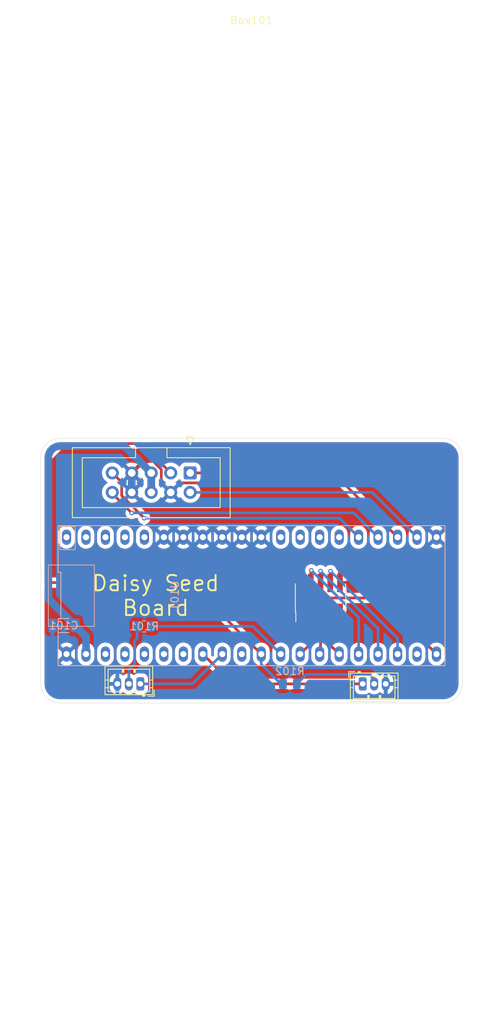
<source format=kicad_pcb>
(kicad_pcb (version 20241229) (generator "pcbnew") (generator_version "9.0")
  (layers (0 "F.Cu" signal) (2 "B.Cu" signal) (13 "F.Paste" user) (15 "B.Paste" user) (5 "F.SilkS" user "F.Silkscreen") (7 "B.SilkS" user "B.Silkscreen") (1 "F.Mask" user) (3 "B.Mask" user) (25 "Edge.Cuts" user))
  (net 0 "")
  (net 1 "+3.3VA")
  (net 2 "GND")
  (net 3 "POT1")
  (net 4 "POT3")
  (net 5 "POT4")
  (net 6 "POT5")
  (net 7 "POT6")
  (net 8 "VIN")
  (net 9 "POT2")
  (net 10 "IN^{LEFT}")
  (net 11 "OUT^{RIGHT}")
  (net 12 "OUT^{LEFT}")
  (net 13 "Net-(J104-Pin_2)")
  (net 14 "IN^{RIGHT}")
  (net 19 "FOOTSW1")
  (net 24 "Net-(J103-Pin_2)")
  (net 28 "LED1")
  (net 33 "FOOTSW2")
  (net 35 "LED2")
  (footprint "Connector_PinHeader_1.27mm:PinHeader_2x05_P1.27mm_Vertical_SMD" (layer "F.Cu") (at 109 111.3 90)
    (property "Reference" "J101" (hide yes))
    (property "Value" "Conn_02x05_Odd_Even" (hide yes))
    (fp_line (start 1.815 -3.285) (end 1.815 -3.22) (stroke (width 0.12)) (layer "F.SilkS"))
    (fp_line (start -1.815 -3.285) (end 1.815 -3.285) (stroke (width 0.12)) (layer "F.SilkS"))
    (fp_line (start -1.815 -3.285) (end -1.815 -3.22) (stroke (width 0.12)) (layer "F.SilkS"))
    (fp_line (start -3.09 -3.22) (end -1.815 -3.22) (stroke (width 0.12)) (layer "F.SilkS"))
    (fp_line (start 1.815 3.22) (end 1.815 3.285) (stroke (width 0.12)) (layer "F.SilkS"))
    (fp_line (start -1.815 3.22) (end -1.815 3.285) (stroke (width 0.12)) (layer "F.SilkS"))
    (fp_line (start -1.815 3.285) (end 1.815 3.285) (stroke (width 0.12)) (layer "F.SilkS"))
    (pad "1" smd rect (at -1.95 -2.54 90) (size 2.4 0.74) (layers "F.Cu" "F.Mask" "F.Paste") (net 1 "+3.3VA"))
    (pad "2" smd rect (at 1.95 -2.54 90) (size 2.4 0.74) (layers "F.Cu" "F.Mask" "F.Paste") (net 1 "+3.3VA"))
    (pad "3" smd rect (at -1.95 -1.27 90) (size 2.4 0.74) (layers "F.Cu" "F.Mask" "F.Paste") (net 7 "POT6"))
    (pad "4" smd rect (at 1.95 -1.27 90) (size 2.4 0.74) (layers "F.Cu" "F.Mask" "F.Paste") (net 4 "POT3"))
    (pad "5" smd rect (at -1.95 0 90) (size 2.4 0.74) (layers "F.Cu" "F.Mask" "F.Paste") (net 6 "POT5"))
    (pad "6" smd rect (at 1.95 0 90) (size 2.4 0.74) (layers "F.Cu" "F.Mask" "F.Paste") (net 9 "POT2"))
    (pad "7" smd rect (at -1.95 1.27 90) (size 2.4 0.74) (layers "F.Cu" "F.Mask" "F.Paste") (net 5 "POT4"))
    (pad "8" smd rect (at 1.95 1.27 90) (size 2.4 0.74) (layers "F.Cu" "F.Mask" "F.Paste") (net 3 "POT1"))
    (pad "9" smd rect (at -1.95 2.54 90) (size 2.4 0.74) (layers "F.Cu" "F.Mask" "F.Paste") (net 2 "GND"))
    (pad "10" smd rect (at 1.95 2.54 90) (size 2.4 0.74) (layers "F.Cu" "F.Mask" "F.Paste") (net 2 "GND"))
  )
  (footprint "Connector_JST:JST_ZH_B3B-ZR_1x03_P1.50mm_Vertical" (layer "F.Cu") (at 85.5 122.5 180)
    (property "Reference" "J103" (hide yes))
    (property "Value" "Conn_01x03_Pin" (hide yes))
    (fp_line (start 4.61 2.31) (end 4.61 -1.41) (stroke (width 0.12)) (layer "F.SilkS"))
    (fp_line (start 4.61 0.5) (end 4.21 0.5) (stroke (width 0.12)) (layer "F.SilkS"))
    (fp_line (start 4.61 -0.5) (end 4.21 -0.5) (stroke (width 0.12)) (layer "F.SilkS"))
    (fp_line (start 4.61 -1.41) (end -1.61 -1.41) (stroke (width 0.12)) (layer "F.SilkS"))
    (fp_line (start 4.21 1.91) (end 4.21 -1.01) (stroke (width 0.12)) (layer "F.SilkS"))
    (fp_line (start 4.21 -1.01) (end -1.21 -1.01) (stroke (width 0.12)) (layer "F.SilkS"))
    (fp_line (start 2.35 1.51) (end 2.35 1.91) (stroke (width 0.12)) (layer "F.SilkS"))
    (fp_line (start 2.25 1.91) (end 2.25 1.51) (stroke (width 0.12)) (layer "F.SilkS"))
    (fp_line (start 2.15 1.91) (end 2.15 1.51) (stroke (width 0.12)) (layer "F.SilkS"))
    (fp_line (start 2.15 1.51) (end 2.35 1.51) (stroke (width 0.12)) (layer "F.SilkS"))
    (fp_line (start 0.85 1.51) (end 0.85 1.91) (stroke (width 0.12)) (layer "F.SilkS"))
    (fp_line (start 0.75 1.91) (end 0.75 1.51) (stroke (width 0.12)) (layer "F.SilkS"))
    (fp_line (start 0.65 1.91) (end 0.65 1.51) (stroke (width 0.12)) (layer "F.SilkS"))
    (fp_line (start 0.65 1.51) (end 0.85 1.51) (stroke (width 0.12)) (layer "F.SilkS"))
    (fp_line (start -0.3 -1.41) (end -0.3 -1.61) (stroke (width 0.12)) (layer "F.SilkS"))
    (fp_line (start -0.3 -1.51) (end -0.6 -1.51) (stroke (width 0.12)) (layer "F.SilkS"))
    (fp_line (start -0.3 -1.61) (end -0.6 -1.61) (stroke (width 0.12)) (layer "F.SilkS"))
    (fp_line (start -0.6 -1.61) (end -0.6 -1.41) (stroke (width 0.12)) (layer "F.SilkS"))
    (fp_line (start -1.01 -1.61) (end -1.81 -1.61) (stroke (width 0.12)) (layer "F.SilkS"))
    (fp_line (start -1.21 1.91) (end 4.21 1.91) (stroke (width 0.12)) (layer "F.SilkS"))
    (fp_line (start -1.21 -1.01) (end -1.21 1.91) (stroke (width 0.12)) (layer "F.SilkS"))
    (fp_line (start -1.61 2.31) (end 4.61 2.31) (stroke (width 0.12)) (layer "F.SilkS"))
    (fp_line (start -1.61 0.5) (end -1.21 0.5) (stroke (width 0.12)) (layer "F.SilkS"))
    (fp_line (start -1.61 -0.5) (end -1.21 -0.5) (stroke (width 0.12)) (layer "F.SilkS"))
    (fp_line (start -1.61 -1.41) (end -1.61 2.31) (stroke (width 0.12)) (layer "F.SilkS"))
    (fp_line (start -1.81 -1.61) (end -1.81 -0.81) (stroke (width 0.12)) (layer "F.SilkS"))
    (pad "1" thru_hole roundrect (at 0 0 180) (size 1.03 1.73) (drill 0.73) (layers "*.Cu" "*.Mask") (roundrect_rratio 0.242718) (net 19 "FOOTSW1"))
    (pad "2" thru_hole oval (at 1.5 0 180) (size 1.03 1.73) (drill 0.73) (layers "*.Cu" "*.Mask") (net 24 "Net-(J103-Pin_2)"))
    (pad "3" thru_hole oval (at 3 0 180) (size 1.03 1.73) (drill 0.73) (layers "*.Cu" "*.Mask") (net 2 "GND"))
  )
  (footprint "Connector_IDC:IDC-Header_2x05_P2.54mm_Vertical" (layer "F.Cu") (at 92 95 -90)
    (property "Reference" "J102" (hide yes))
    (property "Value" "Conn_02x05_Odd_Even" (hide yes))
    (fp_line (start -3.29 15.37) (end -3.29 -5.21) (stroke (width 0.12)) (layer "F.SilkS"))
    (fp_line (start 5.83 15.37) (end -3.29 15.37) (stroke (width 0.12)) (layer "F.SilkS"))
    (fp_line (start -1.98 14.07) (end -1.98 7.13) (stroke (width 0.12)) (layer "F.SilkS"))
    (fp_line (start 4.52 14.07) (end -1.98 14.07) (stroke (width 0.12)) (layer "F.SilkS"))
    (fp_line (start -1.98 7.13) (end -3.29 7.13) (stroke (width 0.12)) (layer "F.SilkS"))
    (fp_line (start -3.29 3.03) (end -1.98 3.03) (stroke (width 0.12)) (layer "F.SilkS"))
    (fp_line (start -1.98 3.03) (end -1.98 -3.91) (stroke (width 0.12)) (layer "F.SilkS"))
    (fp_line (start -4.68 0.5) (end -3.68 0) (stroke (width 0.12)) (layer "F.SilkS"))
    (fp_line (start -3.68 0) (end -4.68 -0.5) (stroke (width 0.12)) (layer "F.SilkS"))
    (fp_line (start -4.68 -0.5) (end -4.68 0.5) (stroke (width 0.12)) (layer "F.SilkS"))
    (fp_line (start -1.98 -3.91) (end 4.52 -3.91) (stroke (width 0.12)) (layer "F.SilkS"))
    (fp_line (start 4.52 -3.91) (end 4.52 14.07) (stroke (width 0.12)) (layer "F.SilkS"))
    (fp_line (start -3.29 -5.21) (end 5.83 -5.21) (stroke (width 0.12)) (layer "F.SilkS"))
    (fp_line (start 5.83 -5.21) (end 5.83 15.37) (stroke (width 0.12)) (layer "F.SilkS"))
    (pad "1" thru_hole roundrect (at 0 0 270) (size 1.7 1.7) (drill 1) (layers "*.Cu" "*.Mask") (roundrect_rratio 0.147059) (net 12 "OUT^{LEFT}"))
    (pad "2" thru_hole circle (at 2.54 0 270) (size 1.7 1.7) (drill 1) (layers "*.Cu" "*.Mask") (net 11 "OUT^{RIGHT}"))
    (pad "3" thru_hole circle (at 0 2.54 270) (size 1.7 1.7) (drill 1) (layers "*.Cu" "*.Mask") (net 35 "LED2"))
    (pad "4" thru_hole circle (at 2.54 2.54 270) (size 1.7 1.7) (drill 1) (layers "*.Cu" "*.Mask") (net 2 "GND"))
    (pad "5" thru_hole circle (at 0 5.08 270) (size 1.7 1.7) (drill 1) (layers "*.Cu" "*.Mask") (net 8 "VIN"))
    (pad "6" thru_hole circle (at 2.54 5.08 270) (size 1.7 1.7) (drill 1) (layers "*.Cu" "*.Mask") (net 8 "VIN"))
    (pad "7" thru_hole circle (at 0 7.62 270) (size 1.7 1.7) (drill 1) (layers "*.Cu" "*.Mask") (net 2 "GND"))
    (pad "8" thru_hole circle (at 2.54 7.62 270) (size 1.7 1.7) (drill 1) (layers "*.Cu" "*.Mask") (net 2 "GND"))
    (pad "9" thru_hole circle (at 0 10.16 270) (size 1.7 1.7) (drill 1) (layers "*.Cu" "*.Mask") (net 10 "IN^{LEFT}"))
    (pad "10" thru_hole circle (at 2.54 10.16 270) (size 1.7 1.7) (drill 1) (layers "*.Cu" "*.Mask") (net 14 "IN^{RIGHT}"))
  )
  (footprint "Mylib:125B" (layer "F.Cu") (at 100 100)
    (property "Reference" "Box101" (at 0 -64 0) (layer "F.SilkS") (effects (font (thickness 0.1))))
    (property "Value" "~")
  )
  (footprint "Connector_JST:JST_ZH_B3B-ZR_1x03_P1.50mm_Vertical" (layer "F.Cu") (at 114.5 122.5)
    (property "Reference" "J104" (hide yes))
    (property "Value" "Conn_01x03_Pin" (hide yes))
    (fp_line (start -1.81 -1.61) (end -1.81 -0.81) (stroke (width 0.12)) (layer "F.SilkS"))
    (fp_line (start -1.61 -1.41) (end -1.61 2.31) (stroke (width 0.12)) (layer "F.SilkS"))
    (fp_line (start -1.61 -0.5) (end -1.21 -0.5) (stroke (width 0.12)) (layer "F.SilkS"))
    (fp_line (start -1.61 0.5) (end -1.21 0.5) (stroke (width 0.12)) (layer "F.SilkS"))
    (fp_line (start -1.61 2.31) (end 4.61 2.31) (stroke (width 0.12)) (layer "F.SilkS"))
    (fp_line (start -1.21 -1.01) (end -1.21 1.91) (stroke (width 0.12)) (layer "F.SilkS"))
    (fp_line (start -1.21 1.91) (end 4.21 1.91) (stroke (width 0.12)) (layer "F.SilkS"))
    (fp_line (start -1.01 -1.61) (end -1.81 -1.61) (stroke (width 0.12)) (layer "F.SilkS"))
    (fp_line (start -0.6 -1.61) (end -0.6 -1.41) (stroke (width 0.12)) (layer "F.SilkS"))
    (fp_line (start -0.3 -1.61) (end -0.6 -1.61) (stroke (width 0.12)) (layer "F.SilkS"))
    (fp_line (start -0.3 -1.51) (end -0.6 -1.51) (stroke (width 0.12)) (layer "F.SilkS"))
    (fp_line (start -0.3 -1.41) (end -0.3 -1.61) (stroke (width 0.12)) (layer "F.SilkS"))
    (fp_line (start 0.65 1.51) (end 0.85 1.51) (stroke (width 0.12)) (layer "F.SilkS"))
    (fp_line (start 0.65 1.91) (end 0.65 1.51) (stroke (width 0.12)) (layer "F.SilkS"))
    (fp_line (start 0.75 1.91) (end 0.75 1.51) (stroke (width 0.12)) (layer "F.SilkS"))
    (fp_line (start 0.85 1.51) (end 0.85 1.91) (stroke (width 0.12)) (layer "F.SilkS"))
    (fp_line (start 2.15 1.51) (end 2.35 1.51) (stroke (width 0.12)) (layer "F.SilkS"))
    (fp_line (start 2.15 1.91) (end 2.15 1.51) (stroke (width 0.12)) (layer "F.SilkS"))
    (fp_line (start 2.25 1.91) (end 2.25 1.51) (stroke (width 0.12)) (layer "F.SilkS"))
    (fp_line (start 2.35 1.51) (end 2.35 1.91) (stroke (width 0.12)) (layer "F.SilkS"))
    (fp_line (start 4.21 -1.01) (end -1.21 -1.01) (stroke (width 0.12)) (layer "F.SilkS"))
    (fp_line (start 4.21 1.91) (end 4.21 -1.01) (stroke (width 0.12)) (layer "F.SilkS"))
    (fp_line (start 4.61 -1.41) (end -1.61 -1.41) (stroke (width 0.12)) (layer "F.SilkS"))
    (fp_line (start 4.61 -0.5) (end 4.21 -0.5) (stroke (width 0.12)) (layer "F.SilkS"))
    (fp_line (start 4.61 0.5) (end 4.21 0.5) (stroke (width 0.12)) (layer "F.SilkS"))
    (fp_line (start 4.61 2.31) (end 4.61 -1.41) (stroke (width 0.12)) (layer "F.SilkS"))
    (pad "1" thru_hole roundrect (at 0 0) (size 1.03 1.73) (drill 0.73) (layers "*.Cu" "*.Mask") (roundrect_rratio 0.242718) (net 33 "FOOTSW2"))
    (pad "2" thru_hole oval (at 1.5 0) (size 1.03 1.73) (drill 0.73) (layers "*.Cu" "*.Mask") (net 13 "Net-(J104-Pin_2)"))
    (pad "3" thru_hole oval (at 3 0) (size 1.03 1.73) (drill 0.73) (layers "*.Cu" "*.Mask") (net 2 "GND"))
  )
  (footprint "Capacitor_SMD:C_1206_3216Metric" (layer "B.Cu") (at 75.505 114.9 180)
    (property "Reference" "C101" (at 0 0 0) (layer "B.SilkS") (effects (justify mirror)))
    (property "Value" "47uF")
    (fp_line (start -0.711252 0.91) (end 0.711252 0.91) (stroke (width 0.12)) (layer "B.SilkS"))
    (fp_line (start -0.711252 -0.91) (end 0.711252 -0.91) (stroke (width 0.12)) (layer "B.SilkS"))
    (pad "1" smd roundrect (at -1.475 0 180) (size 1.15 1.8) (layers "B.Cu" "B.Mask" "B.Paste") (roundrect_rratio 0.217391) (net 8 "VIN"))
    (pad "2" smd roundrect (at 1.475 0 180) (size 1.15 1.8) (layers "B.Cu" "B.Mask" "B.Paste") (roundrect_rratio 0.217391) (net 2 "GND"))
  )
  (footprint "Mylib:DaisySeed" (layer "B.Cu") (at 100 111 -90)
    (property "Reference" "U101" (at 0 10 90) (layer "B.SilkS") (effects (justify mirror)))
    (property "Value" "Daisy Seed")
    (fp_line (start -9.119999 25.23) (end -9.12 -25.23) (stroke (width 0.12)) (layer "B.SilkS"))
    (fp_line (start -3.039999 25.23) (end -9.119999 25.23) (stroke (width 0.12)) (layer "B.SilkS"))
    (fp_line (start 3.04 25.23) (end 3.04 24.87) (stroke (width 0.12)) (layer "B.SilkS"))
    (fp_line (start 9.12 25.23) (end 3.04 25.23) (stroke (width 0.12)) (layer "B.SilkS"))
    (fp_line (start -3.039999 24.87) (end -3.039999 25.23) (stroke (width 0.12)) (layer "B.SilkS"))
    (fp_line (start 3.04 24.87) (end -3.039999 24.87) (stroke (width 0.12)) (layer "B.SilkS"))
    (fp_line (start -9.12 -25.23) (end 9.119999 -25.23) (stroke (width 0.12)) (layer "B.SilkS"))
    (fp_line (start 9.119999 -25.23) (end 9.12 25.23) (stroke (width 0.12)) (layer "B.SilkS"))
    (fp_rect (start -4 26.5) (end 4 20.5) (stroke (width 0.1)) (fill no) (layer "B.SilkS"))
    (fp_rect (start -9 25) (end -6 23) (stroke (width 0.1)) (fill no) (layer "B.SilkS"))
    (pad "1" thru_hole oval (at -7.62 24.13) (size 1.2 2) (drill 0.8) (layers "*.Cu" "*.Mask"))
    (pad "2" thru_hole oval (at -7.62 21.59) (size 1.2 2) (drill 0.8) (layers "*.Cu" "*.Mask"))
    (pad "3" thru_hole oval (at -7.62 19.05) (size 1.2 2) (drill 0.8) (layers "*.Cu" "*.Mask"))
    (pad "4" thru_hole oval (at -7.62 16.51) (size 1.2 2) (drill 0.8) (layers "*.Cu" "*.Mask"))
    (pad "5" thru_hole oval (at -7.62 13.97) (size 1.2 2) (drill 0.8) (layers "*.Cu" "*.Mask"))
    (pad "6" thru_hole oval (at -7.62 11.43) (size 1.2 2) (drill 0.8) (layers "*.Cu" "*.Mask") (net 2 "GND"))
    (pad "7" thru_hole oval (at -7.62 8.89) (size 1.2 2) (drill 0.8) (layers "*.Cu" "*.Mask") (net 2 "GND"))
    (pad "8" thru_hole oval (at -7.62 6.35) (size 1.2 2) (drill 0.8) (layers "*.Cu" "*.Mask") (net 2 "GND"))
    (pad "9" thru_hole oval (at -7.62 3.81) (size 1.2 2) (drill 0.8) (layers "*.Cu" "*.Mask") (net 2 "GND"))
    (pad "10" thru_hole oval (at -7.62 1.27) (size 1.2 2) (drill 0.8) (layers "*.Cu" "*.Mask") (net 2 "GND"))
    (pad "11" thru_hole oval (at -7.62 -1.27) (size 1.2 2) (drill 0.8) (layers "*.Cu" "*.Mask") (net 2 "GND"))
    (pad "12" thru_hole oval (at -7.62 -3.81) (size 1.2 2) (drill 0.8) (layers "*.Cu" "*.Mask"))
    (pad "13" thru_hole oval (at -7.62 -6.35) (size 1.2 2) (drill 0.8) (layers "*.Cu" "*.Mask"))
    (pad "14" thru_hole oval (at -7.62 -8.89) (size 1.2 2) (drill 0.8) (layers "*.Cu" "*.Mask"))
    (pad "15" thru_hole oval (at -7.62 -11.43) (size 1.2 2) (drill 0.8) (layers "*.Cu" "*.Mask"))
    (pad "16" thru_hole oval (at -7.62 -13.97) (size 1.2 2) (drill 0.8) (layers "*.Cu" "*.Mask") (net 10 "IN^{LEFT}"))
    (pad "17" thru_hole oval (at -7.62 -16.51) (size 1.2 2) (drill 0.8) (layers "*.Cu" "*.Mask") (net 14 "IN^{RIGHT}"))
    (pad "18" thru_hole oval (at -7.62 -19.05) (size 1.2 2) (drill 0.8) (layers "*.Cu" "*.Mask") (net 12 "OUT^{LEFT}"))
    (pad "19" thru_hole oval (at -7.62 -21.59) (size 1.2 2) (drill 0.8) (layers "*.Cu" "*.Mask") (net 11 "OUT^{RIGHT}"))
    (pad "20" thru_hole oval (at -7.62 -24.13) (size 1.2 2) (drill 0.8) (layers "*.Cu" "*.Mask") (net 2 "GND"))
    (pad "21" thru_hole oval (at 7.62 -24.13) (size 1.2 2) (drill 0.8) (layers "*.Cu" "*.Mask") (net 1 "+3.3VA"))
    (pad "22" thru_hole oval (at 7.62 -21.59) (size 1.2 2) (drill 0.8) (layers "*.Cu" "*.Mask"))
    (pad "23" thru_hole oval (at 7.62 -19.05) (size 1.2 2) (drill 0.8) (layers "*.Cu" "*.Mask") (net 3 "POT1"))
    (pad "24" thru_hole oval (at 7.62 -16.51) (size 1.2 2) (drill 0.8) (layers "*.Cu" "*.Mask") (net 9 "POT2"))
    (pad "25" thru_hole oval (at 7.62 -13.97) (size 1.2 2) (drill 0.8) (layers "*.Cu" "*.Mask") (net 4 "POT3"))
    (pad "26" thru_hole oval (at 7.62 -11.43) (size 1.2 2) (drill 0.8) (layers "*.Cu" "*.Mask") (net 5 "POT4"))
    (pad "27" thru_hole oval (at 7.62 -8.89) (size 1.2 2) (drill 0.8) (layers "*.Cu" "*.Mask") (net 6 "POT5"))
    (pad "28" thru_hole oval (at 7.62 -6.35) (size 1.2 2) (drill 0.8) (layers "*.Cu" "*.Mask") (net 7 "POT6"))
    (pad "29" thru_hole oval (at 7.62 -3.81) (size 1.2 2) (drill 0.8) (layers "*.Cu" "*.Mask") (net 28 "LED1"))
    (pad "30" thru_hole oval (at 7.62 -1.27) (size 1.2 2) (drill 0.8) (layers "*.Cu" "*.Mask") (net 35 "LED2"))
    (pad "31" thru_hole oval (at 7.62 1.27) (size 1.2 2) (drill 0.8) (layers "*.Cu" "*.Mask"))
    (pad "32" thru_hole oval (at 7.62 3.81) (size 1.2 2) (drill 0.8) (layers "*.Cu" "*.Mask") (net 19 "FOOTSW1"))
    (pad "33" thru_hole oval (at 7.62 6.35) (size 1.2 2) (drill 0.8) (layers "*.Cu" "*.Mask") (net 33 "FOOTSW2"))
    (pad "34" thru_hole oval (at 7.62 8.89) (size 1.2 2) (drill 0.8) (layers "*.Cu" "*.Mask"))
    (pad "35" thru_hole oval (at 7.62 11.43) (size 1.2 2) (drill 0.8) (layers "*.Cu" "*.Mask"))
    (pad "36" thru_hole oval (at 7.62 13.97) (size 1.2 2) (drill 0.8) (layers "*.Cu" "*.Mask"))
    (pad "37" thru_hole oval (at 7.62 16.51) (size 1.2 2) (drill 0.8) (layers "*.Cu" "*.Mask"))
    (pad "38" thru_hole oval (at 7.62 19.05) (size 1.2 2) (drill 0.8) (layers "*.Cu" "*.Mask"))
    (pad "39" thru_hole oval (at 7.62 21.59) (size 1.2 2) (drill 0.8) (layers "*.Cu" "*.Mask") (net 8 "VIN"))
    (pad "40" thru_hole oval (at 7.62 24.13) (size 1.2 2) (drill 0.8) (layers "*.Cu" "*.Mask") (net 2 "GND"))
  )
  (footprint "Resistor_SMD:R_0805_2012Metric" (layer "B.Cu") (at 105 122.5 180)
    (property "Reference" "R102" (at 0 1.65 0) (layer "B.SilkS") (effects (justify mirror)))
    (property "Value" "1k")
    (fp_line (start -0.227064 0.735) (end 0.227064 0.735) (stroke (width 0.12)) (layer "B.SilkS"))
    (fp_line (start -0.227064 -0.735) (end 0.227064 -0.735) (stroke (width 0.12)) (layer "B.SilkS"))
    (pad "1" smd roundrect (at -0.9125 0 180) (size 1.025 1.4) (layers "B.Cu" "B.Mask" "B.Paste") (roundrect_rratio 0.243902) (net 13 "Net-(J104-Pin_2)"))
    (pad "2" smd roundrect (at 0.9125 0 180) (size 1.025 1.4) (layers "B.Cu" "B.Mask" "B.Paste") (roundrect_rratio 0.243902) (net 35 "LED2"))
  )
  (footprint "Resistor_SMD:R_0805_2012Metric" (layer "B.Cu") (at 86 115)
    (property "Reference" "R101" (at 0 0 0) (layer "B.SilkS") (effects (justify mirror)))
    (property "Value" "1k")
    (fp_line (start -0.227064 -0.735) (end 0.227064 -0.735) (stroke (width 0.12)) (layer "B.SilkS"))
    (fp_line (start -0.227064 0.735) (end 0.227064 0.735) (stroke (width 0.12)) (layer "B.SilkS"))
    (pad "1" smd roundrect (at -0.9125 0) (size 1.025 1.4) (layers "B.Cu" "B.Mask" "B.Paste") (roundrect_rratio 0.243902) (net 24 "Net-(J103-Pin_2)"))
    (pad "2" smd roundrect (at 0.9125 0) (size 1.025 1.4) (layers "B.Cu" "B.Mask" "B.Paste") (roundrect_rratio 0.243902) (net 28 "LED1"))
  )
  (gr_line (start 127.5 93) (end 127.5 122.5) (stroke (width 0.05)) (layer "Edge.Cuts"))
  (gr_line (start 125 90.5) (end 75 90.5) (stroke (width 0.05)) (layer "Edge.Cuts"))
  (gr_arc (start 72.5 93) (mid 73.232233 91.232233) (end 75 90.5) (stroke (width 0.05)) (layer "Edge.Cuts"))
  (gr_arc (start 125 90.5) (mid 126.767767 91.232233) (end 127.5 93) (stroke (width 0.05)) (layer "Edge.Cuts"))
  (gr_line (start 72.5 93) (end 72.5 122.5) (stroke (width 0.05)) (layer "Edge.Cuts"))
  (gr_line (start 75 125) (end 125 125) (stroke (width 0.05)) (layer "Edge.Cuts"))
  (gr_arc (start 127.5 122.5) (mid 126.767767 124.267767) (end 125 125) (stroke (width 0.05)) (layer "Edge.Cuts"))
  (gr_arc (start 75 125) (mid 73.232233 124.267767) (end 72.5 122.5) (stroke (width 0.05)) (layer "Edge.Cuts"))
  (gr_text "Daisy Seed\nBoard" (at 87.5 111 0) (layer "F.SilkS") (effects (font (size 2 2) (thickness 0.25))))
  (segment (start 106.465 111.3) (end 116.815 111.3) (width 0.35) (layer "F.Cu") (net 1))
  (segment (start 106.465 111.3) (end 106.465 113.25) (width 0.35) (layer "F.Cu") (net 1))
  (segment (start 106.465 109.35) (end 106.465 111.3) (width 0.35) (layer "F.Cu") (net 1))
  (segment (start 116.815 111.3) (end 124.135 118.62) (width 0.35) (layer "F.Cu") (net 1))
  (segment (start 84.38 95) (end 84.38 97.54) (width 1) (layer "F.Cu") (net 2))
  (segment (start 89.46 97.54) (end 90.7 96.3) (width 0.35) (layer "F.Cu") (net 2))
  (segment (start 88.234 94.553232) (end 87.180768 93.5) (width 0.35) (layer "F.Cu") (net 2))
  (segment (start 90.7 96.3) (end 93.6 96.3) (width 0.35) (layer "F.Cu") (net 2))
  (segment (start 85.9 93.5) (end 84.4 95) (width 0.35) (layer "F.Cu") (net 2))
  (segment (start 94.91 102.1) (end 96.19 103.38) (width 0.35) (layer "F.Cu") (net 2))
  (segment (start 94.9 102.1) (end 94.91 102.1) (width 0.35) (layer "F.Cu") (net 2))
  (segment (start 88.234 96.314) (end 88.234 94.553232) (width 0.35) (layer "F.Cu") (net 2))
  (segment (start 89.46 97.54) (end 88.234 96.314) (width 0.35) (layer "F.Cu") (net 2))
  (segment (start 84.4 95) (end 84.38 95) (width 0.35) (layer "F.Cu") (net 2))
  (segment (start 93.6 96.3) (end 94.9 97.6) (width 0.35) (layer "F.Cu") (net 2))
  (segment (start 94.9 97.6) (end 94.9 102.1) (width 0.35) (layer "F.Cu") (net 2))
  (segment (start 87.180768 93.5) (end 85.9 93.5) (width 0.35) (layer "F.Cu") (net 2))
  (segment (start 84.38 95) (end 84.38 97.54) (width 1) (layer "B.Cu") (net 2))
  (segment (start 110.275 109.35) (end 110.275 107.83) (width 0.35) (layer "F.Cu") (net 3))
  (segment (start 110.275 107.83) (end 110.305 107.8) (width 0.35) (layer "F.Cu") (net 3))
  (via (at 110.305 107.8) (size 0.6) (drill 0.3) (layers "F.Cu" "B.Cu") (net 3))
  (segment (start 110.305 107.8) (end 119.055 116.55) (width 0.35) (layer "B.Cu") (net 3))
  (segment (start 119.055 116.55) (end 119.055 118.62) (width 0.35) (layer "B.Cu") (net 3))
  (segment (start 107.735 109.35) (end 107.735 107.77) (width 0.35) (layer "F.Cu") (net 4))
  (segment (start 107.735 107.77) (end 107.805 107.7) (width 0.35) (layer "F.Cu") (net 4))
  (via (at 107.805 107.7) (size 0.6) (drill 0.3) (layers "F.Cu" "B.Cu") (net 4))
  (segment (start 113.975 113.87) (end 113.975 118.62) (width 0.35) (layer "B.Cu") (net 4))
  (segment (start 107.805 107.7) (end 113.975 113.87) (width 0.35) (layer "B.Cu") (net 4))
  (segment (start 110.275 113.25) (end 110.275 117.46) (width 0.35) (layer "F.Cu") (net 5))
  (segment (start 110.275 117.46) (end 111.435 118.62) (width 0.35) (layer "F.Cu") (net 5))
  (segment (start 109.005 118.51) (end 108.895 118.62) (width 0.35) (layer "F.Cu") (net 6))
  (segment (start 109.005 113.25) (end 109.005 118.51) (width 0.35) (layer "F.Cu") (net 6))
  (segment (start 107.735 117.24) (end 106.355 118.62) (width 0.35) (layer "F.Cu") (net 7))
  (segment (start 107.735 113.25) (end 107.735 117.24) (width 0.35) (layer "F.Cu") (net 7))
  (segment (start 86.92 95) (end 86.92 97.54) (width 1) (layer "F.Cu") (net 8))
  (segment (start 73.622779 92.427465) (end 73.517383 92.820807) (width 1) (layer "B.Cu") (net 8))
  (segment (start 86.925 95) (end 83.426 91.501) (width 1) (layer "B.Cu") (net 8))
  (segment (start 74.094228 91.81306) (end 73.81806 92.089228) (width 1) (layer "B.Cu") (net 8))
  (segment (start 73.506 111.426) (end 76.98 114.9) (width 1) (layer "B.Cu") (net 8))
  (segment (start 78.415 116.335) (end 76.98 114.9) (width 1) (layer "B.Cu") (net 8))
  (segment (start 74.825807 91.512383) (end 74.432465 91.617779) (width 1) (layer "B.Cu") (net 8))
  (segment (start 73.506 93.169645) (end 73.506 111.426) (width 1) (layer "B.Cu") (net 8))
  (segment (start 75.174645 91.501) (end 74.825807 91.512383) (width 1) (layer "B.Cu") (net 8))
  (segment (start 73.517383 92.820807) (end 73.506 93.169645) (width 1) (layer "B.Cu") (net 8))
  (segment (start 74.432465 91.617779) (end 74.094228 91.81306) (width 1) (layer "B.Cu") (net 8))
  (segment (start 83.426 91.501) (end 75.174645 91.501) (width 1) (layer "B.Cu") (net 8))
  (segment (start 78.415 118.62) (end 78.415 116.335) (width 1) (layer "B.Cu") (net 8))
  (segment (start 73.81806 92.089228) (end 73.622779 92.427465) (width 1) (layer "B.Cu") (net 8))
  (segment (start 86.92 95) (end 86.92 97.54) (width 1) (layer "B.Cu") (net 8))
  (segment (start 109.005 109.35) (end 109.005 107.8) (width 0.35) (layer "F.Cu") (net 9))
  (via (at 109.005 107.8) (size 0.6) (drill 0.3) (layers "F.Cu" "B.Cu") (net 9))
  (segment (start 116.515 115.31) (end 116.515 118.62) (width 0.35) (layer "B.Cu") (net 9))
  (segment (start 109.005 107.8) (end 116.515 115.31) (width 0.35) (layer "B.Cu") (net 9))
  (segment (start 83.066 96.226) (end 81.84 95) (width 0.35) (layer "F.Cu") (net 10))
  (segment (start 83.066 97.959826) (end 83.066 96.226) (width 0.35) (layer "F.Cu") (net 10))
  (segment (start 84.931174 99.831174) (end 84.931174 99.825) (width 0.35) (layer "F.Cu") (net 10))
  (segment (start 84.931174 99.825) (end 83.066 97.959826) (width 0.35) (layer "F.Cu") (net 10))
  (segment (start 86 100.9) (end 84.931174 99.831174) (width 0.35) (layer "F.Cu") (net 10))
  (via (at 86 100.9) (size 0.6) (drill 0.3) (layers "F.Cu" "B.Cu") (net 10))
  (segment (start 86 100.9) (end 111.49 100.9) (width 0.35) (layer "B.Cu") (net 10))
  (segment (start 111.49 100.9) (end 113.97 103.38) (width 0.35) (layer "B.Cu") (net 10))
  (segment (start 121.59 103.38) (end 115.75 97.54) (width 0.35) (layer "B.Cu") (net 11))
  (segment (start 115.75 97.54) (end 92 97.54) (width 0.35) (layer "B.Cu") (net 11))
  (segment (start 92 95) (end 110.67 95) (width 0.35) (layer "F.Cu") (net 12))
  (segment (start 110.67 95) (end 119.05 103.38) (width 0.35) (layer "F.Cu") (net 12))
  (segment (start 116 121.89896) (end 115.37504 121.274) (width 0.35) (layer "B.Cu") (net 13))
  (segment (start 107.1385 121.274) (end 115.37504 121.274) (width 0.35) (layer "B.Cu") (net 13))
  (segment (start 116 122.5) (end 116 121.89896) (width 0.35) (layer "B.Cu") (net 13))
  (segment (start 107.1385 121.274) (end 105.9125 122.5) (width 0.35) (layer "B.Cu") (net 13))
  (segment (start 84.375789 100.224211) (end 81.84 97.688422) (width 0.35) (layer "F.Cu") (net 14))
  (segment (start 81.84 97.688422) (end 81.84 97.54) (width 0.35) (layer "F.Cu") (net 14))
  (via (at 84.375789 100.224211) (size 0.6) (drill 0.3) (layers "F.Cu" "B.Cu") (net 14))
  (segment (start 84.375789 100.224211) (end 84.4 100.2) (width 0.35) (layer "B.Cu") (net 14))
  (segment (start 113.33 100.2) (end 116.51 103.38) (width 0.35) (layer "B.Cu") (net 14))
  (segment (start 84.4 100.2) (end 113.33 100.2) (width 0.35) (layer "B.Cu") (net 14))
  (segment (start 96.19 118.62) (end 92.31 122.5) (width 0.35) (layer "B.Cu") (net 19))
  (segment (start 92.31 122.5) (end 85.5 122.5) (width 0.35) (layer "B.Cu") (net 19))
  (segment (start 84.7598 119.888) (end 84.7598 116.84) (width 0.35) (layer "B.Cu") (net 24))
  (segment (start 85.0875 116.5123) (end 85.0875 115) (width 0.35) (layer "B.Cu") (net 24))
  (segment (start 84 120.6478) (end 84 122.5) (width 0.35) (layer "B.Cu") (net 24))
  (segment (start 85.0875 115) (end 85.054 115.0335) (width 0.35) (layer "B.Cu") (net 24))
  (segment (start 84.7598 116.84) (end 85.0875 116.5123) (width 0.35) (layer "B.Cu") (net 24))
  (segment (start 84 120.6478) (end 84.7598 119.888) (width 0.35) (layer "B.Cu") (net 24))
  (segment (start 86.9125 115) (end 100.19 115) (width 0.35) (layer "B.Cu") (net 28))
  (segment (start 103.81 118.62) (end 100.19 115) (width 0.35) (layer "B.Cu") (net 28))
  (segment (start 93.65 118.62) (end 97.53 122.5) (width 0.35) (layer "F.Cu") (net 33))
  (segment (start 114.5 122.5) (end 97.53 122.5) (width 0.35) (layer "F.Cu") (net 33))
  (segment (start 73.176 93.024) (end 73.176 109.3) (width 0.35) (layer "F.Cu") (net 35))
  (segment (start 75.024 91.176) (end 73.176 93.024) (width 0.35) (layer "F.Cu") (net 35))
  (segment (start 89.46 95) (end 85.636 91.176) (width 0.35) (layer "F.Cu") (net 35))
  (segment (start 73.176 109.3) (end 91.95 109.3) (width 0.35) (layer "F.Cu") (net 35))
  (segment (start 91.95 109.3) (end 101.27 118.62) (width 0.35) (layer "F.Cu") (net 35))
  (segment (start 85.636 91.176) (end 75.024 91.176) (width 0.35) (layer "F.Cu") (net 35))
  (segment (start 104.0875 122.5) (end 103.825 122.5) (width 0.35) (layer "B.Cu") (net 35))
  (segment (start 101.27 119.945) (end 101.27 118.62) (width 0.35) (layer "B.Cu") (net 35))
  (segment (start 103.825 122.5) (end 101.27 119.945) (width 0.35) (layer "B.Cu") (net 35))
  (zone (net 2) (net_name "GND") (layers "F.Cu" "B.Cu") (connect_pads (clearance 0.5)) (min_thickness 0.25) (fill yes (thermal_gap 0.5) (thermal_bridge_width 0.5))
    (polygon (pts (xy 72.505 90.5) (xy 127.505 90.5) (xy 127.505 125.5) (xy 72.505 125.5)))
  )
)
</source>
